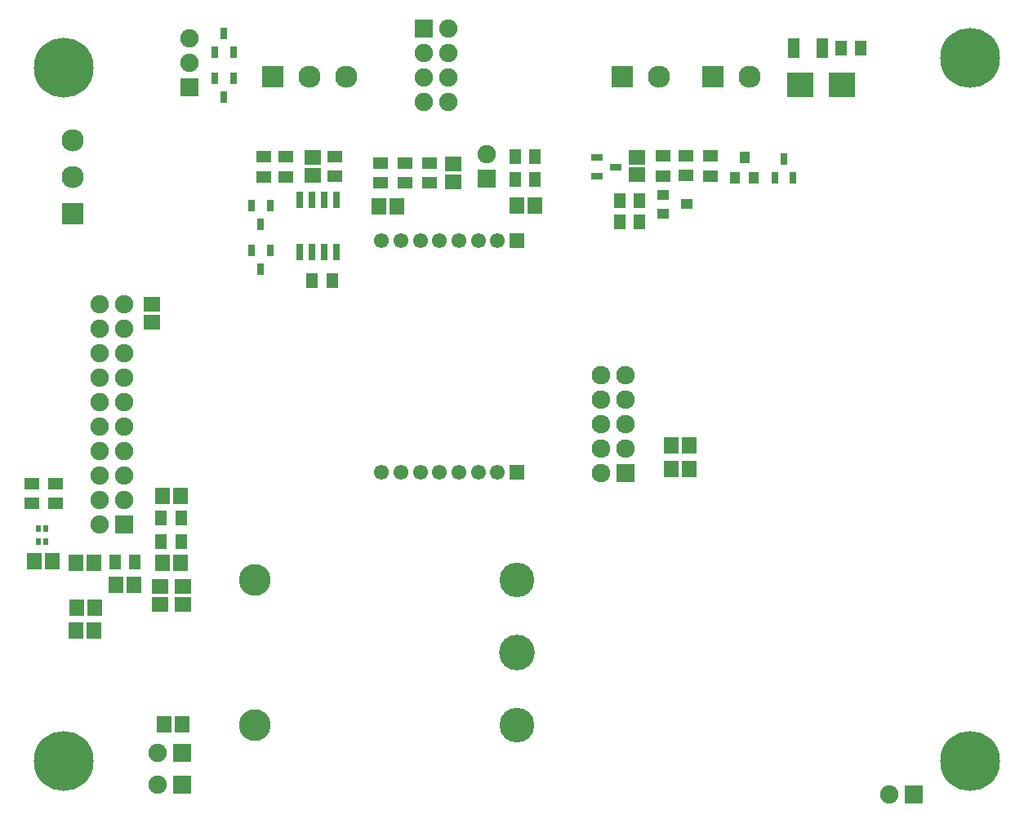
<source format=gts>
G04*
G04 #@! TF.GenerationSoftware,Altium Limited,Altium Designer,21.4.1 (30)*
G04*
G04 Layer_Color=8388736*
%FSLAX44Y44*%
%MOMM*%
G71*
G04*
G04 #@! TF.SameCoordinates,C757E9F2-7087-4A76-99C7-233D7C25EA9E*
G04*
G04*
G04 #@! TF.FilePolarity,Negative*
G04*
G01*
G75*
%ADD32R,0.5032X0.7032*%
%ADD33R,1.6532X1.5032*%
%ADD34R,1.5532X1.2032*%
%ADD35R,1.0032X1.3032*%
%ADD36R,0.7632X1.1532*%
%ADD37R,1.5032X1.6532*%
%ADD38R,1.2032X1.5532*%
%ADD39R,0.7532X1.7032*%
%ADD40R,1.2032X1.0032*%
%ADD41R,1.1532X0.7632*%
%ADD42R,2.7032X2.5032*%
%ADD43R,1.2032X2.1032*%
%ADD44C,6.2032*%
%ADD45R,1.9032X1.9032*%
%ADD46C,1.9032*%
%ADD47C,2.3000*%
%ADD48R,2.3000X2.3000*%
%ADD49R,2.3000X2.3000*%
%ADD50C,3.3000*%
%ADD51C,3.6000*%
%ADD52C,3.7000*%
%ADD53R,1.9032X1.9032*%
%ADD54R,1.5532X1.5532*%
%ADD55C,1.5532*%
%ADD56C,1.9282*%
%ADD57R,1.9282X1.9282*%
D32*
X42000Y301750D02*
D03*
X34000D02*
D03*
Y287750D02*
D03*
X42000D02*
D03*
D33*
X318870Y686670D02*
D03*
Y668130D02*
D03*
X654900Y686990D02*
D03*
Y668450D02*
D03*
X160250Y241290D02*
D03*
Y222750D02*
D03*
X184000Y222980D02*
D03*
Y241520D02*
D03*
X151750Y534520D02*
D03*
Y515980D02*
D03*
X464020Y661290D02*
D03*
Y679830D02*
D03*
D34*
X731100Y687990D02*
D03*
Y667450D02*
D03*
X705700Y667560D02*
D03*
Y688100D02*
D03*
X681570Y667450D02*
D03*
Y687990D02*
D03*
X27250Y347790D02*
D03*
Y327250D02*
D03*
X51750Y327230D02*
D03*
Y347770D02*
D03*
X268070Y666640D02*
D03*
Y687180D02*
D03*
X290930Y666520D02*
D03*
Y687060D02*
D03*
X414490Y680830D02*
D03*
Y660290D02*
D03*
X389090Y660290D02*
D03*
Y680830D02*
D03*
X439890Y660290D02*
D03*
Y680830D02*
D03*
X341730Y687290D02*
D03*
Y666750D02*
D03*
D35*
X756500Y665750D02*
D03*
X775500D02*
D03*
X766000Y686750D02*
D03*
D36*
X236000Y795462D02*
D03*
X217000D02*
D03*
X226500Y814962D02*
D03*
X226476Y748940D02*
D03*
X216976Y768440D02*
D03*
X235976D02*
D03*
X264590Y570330D02*
D03*
X274090Y589830D02*
D03*
X255090D02*
D03*
X264590Y617320D02*
D03*
X274090Y636820D02*
D03*
X255090D02*
D03*
X797540Y665070D02*
D03*
X816540D02*
D03*
X807040Y684570D02*
D03*
D37*
X164230Y97750D02*
D03*
X182770D02*
D03*
X162710Y335500D02*
D03*
X181250D02*
D03*
X29460Y267250D02*
D03*
X48000D02*
D03*
X91770Y195440D02*
D03*
X73230D02*
D03*
X114730Y243000D02*
D03*
X133270D02*
D03*
X73230Y266000D02*
D03*
X91770D02*
D03*
X73480Y219000D02*
D03*
X92020D02*
D03*
X162710Y265750D02*
D03*
X181250D02*
D03*
X405750Y636000D02*
D03*
X387210D02*
D03*
X549030Y636490D02*
D03*
X530490D02*
D03*
X690250Y363250D02*
D03*
X708790D02*
D03*
Y387750D02*
D03*
X690250D02*
D03*
D38*
X161210Y288000D02*
D03*
X181750D02*
D03*
X181750Y312250D02*
D03*
X161210D02*
D03*
X657040Y641820D02*
D03*
X636500D02*
D03*
X113480Y266500D02*
D03*
X134020D02*
D03*
X317890Y558540D02*
D03*
X338430D02*
D03*
X528450Y663550D02*
D03*
X548990D02*
D03*
X548770Y687500D02*
D03*
X528230D02*
D03*
X657040Y619570D02*
D03*
X636500D02*
D03*
X866010Y799750D02*
D03*
X886550D02*
D03*
D39*
X343330Y642640D02*
D03*
X330630D02*
D03*
X317930D02*
D03*
X305230D02*
D03*
X343330Y588640D02*
D03*
X330630D02*
D03*
X317930D02*
D03*
X305230D02*
D03*
D40*
X681290Y628320D02*
D03*
Y647820D02*
D03*
X706290Y638070D02*
D03*
D41*
X632900Y676704D02*
D03*
X613400Y686204D02*
D03*
Y667204D02*
D03*
D42*
X867300Y761650D02*
D03*
X824300D02*
D03*
D43*
X846830Y799750D02*
D03*
X816830D02*
D03*
D44*
X60000Y780000D02*
D03*
Y60000D02*
D03*
X1000000D02*
D03*
Y790000D02*
D03*
D45*
X433540Y820100D02*
D03*
X122700Y305700D02*
D03*
X190250Y759350D02*
D03*
X498750Y664550D02*
D03*
D46*
X458940Y820100D02*
D03*
X433540Y794700D02*
D03*
X458940D02*
D03*
X433540Y769300D02*
D03*
X458940D02*
D03*
X433540Y743900D02*
D03*
X458940D02*
D03*
X157750Y68500D02*
D03*
X157600Y35750D02*
D03*
X97300Y534300D02*
D03*
X122700D02*
D03*
X97300Y508900D02*
D03*
X122700D02*
D03*
X97300Y483500D02*
D03*
X122700D02*
D03*
X97300Y458100D02*
D03*
X122700D02*
D03*
X97300Y432700D02*
D03*
X122700D02*
D03*
X97300Y407300D02*
D03*
X122700D02*
D03*
X97300Y381900D02*
D03*
X122700D02*
D03*
X97300Y356500D02*
D03*
X122700D02*
D03*
X97300Y331100D02*
D03*
X122700D02*
D03*
X97300Y305700D02*
D03*
X190250Y784750D02*
D03*
Y810150D02*
D03*
X916543Y25568D02*
D03*
X498750Y689950D02*
D03*
D47*
X677750Y770000D02*
D03*
X69250Y666650D02*
D03*
Y704750D02*
D03*
X352850Y770000D02*
D03*
X314750D02*
D03*
X771550D02*
D03*
D48*
X639650D02*
D03*
X276650D02*
D03*
X733450D02*
D03*
D49*
X69250Y628550D02*
D03*
D50*
X258500Y97693D02*
D03*
Y247593D02*
D03*
D51*
X530300Y97693D02*
D03*
Y247593D02*
D03*
D52*
Y172643D02*
D03*
D53*
X183150Y68500D02*
D03*
X183000Y35750D02*
D03*
X941943Y25568D02*
D03*
D54*
X530000Y360000D02*
D03*
Y600000D02*
D03*
D55*
X510000Y360000D02*
D03*
X490000D02*
D03*
X470000D02*
D03*
X450000D02*
D03*
X430000D02*
D03*
X410000D02*
D03*
X390000D02*
D03*
Y600000D02*
D03*
X410000D02*
D03*
X430000D02*
D03*
X450000D02*
D03*
X470000D02*
D03*
X490000D02*
D03*
X510000D02*
D03*
D56*
X642700Y410000D02*
D03*
Y384600D02*
D03*
Y435400D02*
D03*
X617300Y410000D02*
D03*
Y384600D02*
D03*
Y435400D02*
D03*
X642700Y460800D02*
D03*
X617300Y359200D02*
D03*
Y460800D02*
D03*
D57*
X642800Y358950D02*
D03*
M02*

</source>
